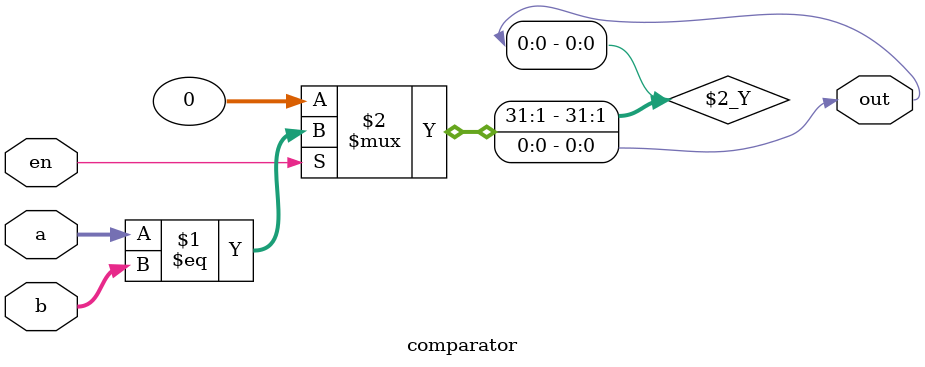
<source format=sv>
`timescale 1ns/1ps
/*
 * N-bit comparator
 */
module comparator #(parameter WTH = 9)
(
    input en,
    input [WTH-1:0] a, b,
    output logic out
);
//logic a_d,b_d;
//assign a_d = | a;
//assign b_d = | b;

//assign out = en ?  (a_d === 1'bx || b_d=== 1'bx) ?  0 : (a == b)   : 0;
assign out = en ?  (a == b)   : 0;
       
endmodule : comparator

</source>
